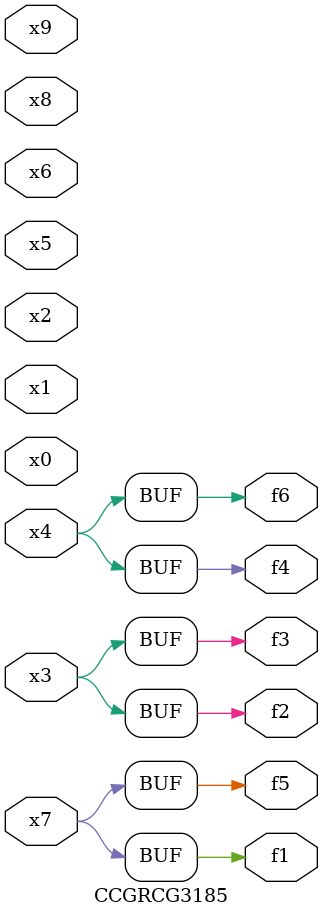
<source format=v>
module CCGRCG3185(
	input x0, x1, x2, x3, x4, x5, x6, x7, x8, x9,
	output f1, f2, f3, f4, f5, f6
);
	assign f1 = x7;
	assign f2 = x3;
	assign f3 = x3;
	assign f4 = x4;
	assign f5 = x7;
	assign f6 = x4;
endmodule

</source>
